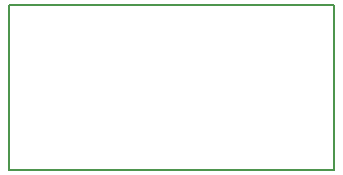
<source format=gto>
G04 #@! TF.GenerationSoftware,KiCad,Pcbnew,8.0.9-8.0.9-0~ubuntu24.04.1*
G04 #@! TF.CreationDate,2025-03-28T05:42:07+00:00*
G04 #@! TF.ProjectId,adapterboard,61646170-7465-4726-926f-6172642e6b69,rev?*
G04 #@! TF.SameCoordinates,Original*
G04 #@! TF.FileFunction,Legend,Top*
G04 #@! TF.FilePolarity,Positive*
%FSLAX46Y46*%
G04 Gerber Fmt 4.6, Leading zero omitted, Abs format (unit mm)*
G04 Created by KiCad (PCBNEW 8.0.9-8.0.9-0~ubuntu24.04.1) date 2025-03-28 05:42:07*
%MOMM*%
%LPD*%
G01*
G04 APERTURE LIST*
%ADD10C,0.200000*%
G04 APERTURE END LIST*
G04 #@! TO.C,M1*
D10*
X28845000Y15135000D02*
X1345000Y15135000D01*
X1345000Y1235000D01*
X28845000Y1235000D01*
X28845000Y15135000D01*
G04 #@! TD*
M02*

</source>
